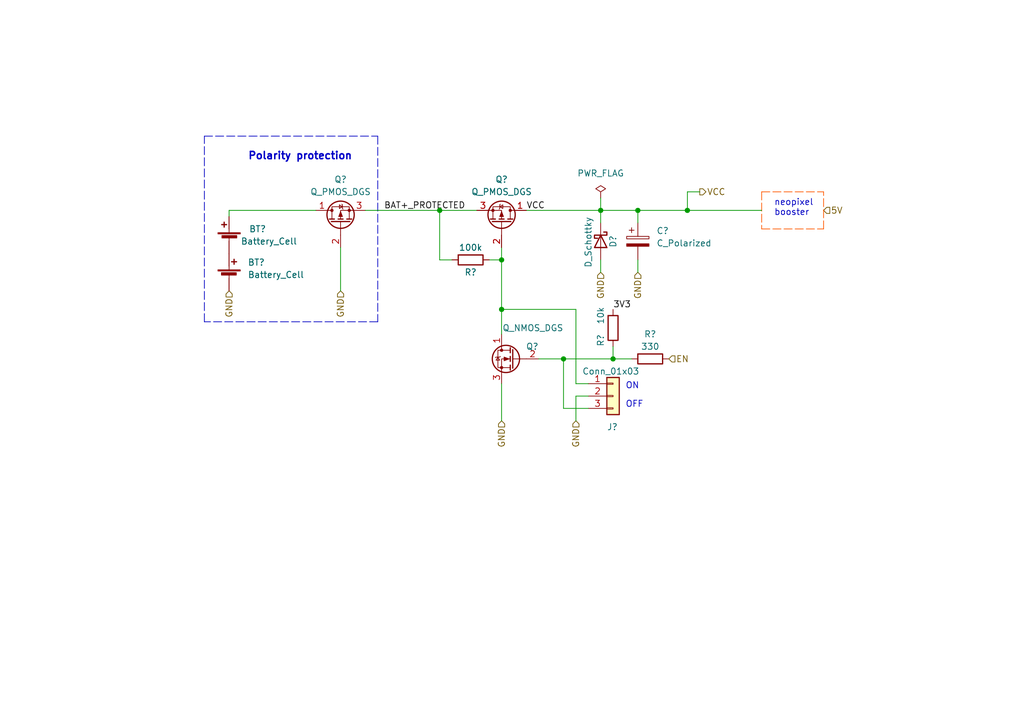
<source format=kicad_sch>
(kicad_sch (version 20211123) (generator eeschema)
  (paper "A5")
  (lib_symbols
    (symbol "Connector_Generic:Conn_01x03" (pin_names (offset 1.016) hide)
      (property "Reference" "J" (at 0 5.08 0))
      (property "Value" "Conn_01x03" (at 0 -5.08 0))
      (symbol "Conn_01x03_1_1"
        (rectangle (start -1.27 -2.413) (end 0 -2.667) (stroke (width 0.1524)))
        (rectangle (start -1.27 0.127) (end 0 -0.127) (stroke (width 0.1524)))
        (rectangle (start -1.27 2.667) (end 0 2.413) (stroke (width 0.1524)))
        (rectangle (start -1.27 3.81) (end 1.27 -3.81) (stroke (width 0.254)) (fill (type background)))
        (pin passive line (at -5.08 2.54 0) (length 3.81) (name "Pin_1") (number "1"))
        (pin passive line (at -5.08 0 0) (length 3.81) (name "Pin_2") (number "2"))
        (pin passive line (at -5.08 -2.54 0) (length 3.81) (name "Pin_3") (number "3"))
      )
    )
    (symbol "Device:Battery_Cell" (pin_numbers hide) (pin_names (offset 0) hide)
      (property "Reference" "BT" (at 2.54 2.54 0))
      (property "Value" "Battery_Cell" (at 2.54 0 0))
      (symbol "Battery_Cell_0_1"
        (rectangle (start -2.286 1.778) (end 2.286 1.524) (fill (type outline)))
        (rectangle (start -1.5748 1.1938) (end 1.4732 0.6858) (fill (type outline)))
        (polyline (pts (xy 0 0.762) (xy 0 0)))
        (polyline (pts (xy 0 1.778) (xy 0 2.54)))
        (polyline (pts (xy 0.508 3.429) (xy 1.524 3.429)) (stroke (width 0.254)))
        (polyline (pts (xy 1.016 3.937) (xy 1.016 2.921)) (stroke (width 0.254)))
      )
      (symbol "Battery_Cell_1_1"
        (pin passive line (at 0 5.08 270) (length 2.54) (name "+") (number "1"))
        (pin passive line (at 0 -2.54 90) (length 2.54) (name "-") (number "2"))
      )
    )
    (symbol "Device:C_Polarized" (pin_numbers hide) (pin_names (offset 0.254))
      (property "Reference" "C" (at 0.635 2.54 0))
      (property "Value" "C_Polarized" (at 0.635 -2.54 0))
      (symbol "C_Polarized_0_1"
        (rectangle (start -2.286 0.508) (end 2.286 1.016))
        (polyline (pts (xy -1.778 2.286) (xy -0.762 2.286)))
        (polyline (pts (xy -1.27 2.794) (xy -1.27 1.778)))
        (rectangle (start 2.286 -0.508) (end -2.286 -1.016) (fill (type outline)))
      )
      (symbol "C_Polarized_1_1"
        (pin passive line (at 0 3.81 270) (length 2.794) (name "~") (number "1"))
        (pin passive line (at 0 -3.81 90) (length 2.794) (name "~") (number "2"))
      )
    )
    (symbol "Device:D_Schottky" (pin_numbers hide) (pin_names (offset 1.016) hide)
      (property "Reference" "D" (at 0 2.54 0))
      (property "Value" "D_Schottky" (at 0 -2.54 0))
      (symbol "D_Schottky_0_1"
        (polyline (pts (xy 1.27 0) (xy -1.27 0)))
        (polyline (pts (xy 1.27 1.27) (xy 1.27 -1.27) (xy -1.27 0) (xy 1.27 1.27)) (stroke (width 0.254)))
        (polyline (pts (xy -1.905 0.635) (xy -1.905 1.27) (xy -1.27 1.27) (xy -1.27 -1.27) (xy -0.635 -1.27) (xy -0.635 -0.635)) (stroke (width 0.254)))
      )
      (symbol "D_Schottky_1_1"
        (pin passive line (at -3.81 0 0) (length 2.54) (name "K") (number "1"))
        (pin passive line (at 3.81 0 180) (length 2.54) (name "A") (number "2"))
      )
    )
    (symbol "Device:Q_NMOS_DGS" (pin_names (offset 0) hide)
      (property "Reference" "Q" (at 5.08 1.27 0))
      (property "Value" "Q_NMOS_DGS" (at 5.08 -1.27 0))
      (symbol "Q_NMOS_DGS_0_1"
        (polyline (pts (xy 0.254 0) (xy -2.54 0)))
        (polyline (pts (xy 0.254 1.905) (xy 0.254 -1.905)) (stroke (width 0.254)))
        (polyline (pts (xy 0.762 -1.27) (xy 0.762 -2.286)) (stroke (width 0.254)))
        (polyline (pts (xy 0.762 0.508) (xy 0.762 -0.508)) (stroke (width 0.254)))
        (polyline (pts (xy 0.762 2.286) (xy 0.762 1.27)) (stroke (width 0.254)))
        (polyline (pts (xy 2.54 2.54) (xy 2.54 1.778)))
        (polyline (pts (xy 2.54 -2.54) (xy 2.54 0) (xy 0.762 0)))
        (polyline (pts (xy 0.762 -1.778) (xy 3.302 -1.778) (xy 3.302 1.778) (xy 0.762 1.778)))
        (polyline (pts (xy 1.016 0) (xy 2.032 0.381) (xy 2.032 -0.381) (xy 1.016 0)) (fill (type outline)))
        (polyline (pts (xy 2.794 0.508) (xy 2.921 0.381) (xy 3.683 0.381) (xy 3.81 0.254)))
        (polyline (pts (xy 3.302 0.381) (xy 2.921 -0.254) (xy 3.683 -0.254) (xy 3.302 0.381)))
        (circle (center 1.651 0) (radius 2.794) (stroke (width 0.254)))
        (circle (center 2.54 -1.778) (radius 0.254) (fill (type outline)))
        (circle (center 2.54 1.778) (radius 0.254) (fill (type outline)))
      )
      (symbol "Q_NMOS_DGS_1_1"
        (pin passive line (at 2.54 5.08 270) (length 2.54) (name "D") (number "1"))
        (pin input line (at -5.08 0 0) (length 2.54) (name "G") (number "2"))
        (pin passive line (at 2.54 -5.08 90) (length 2.54) (name "S") (number "3"))
      )
    )
    (symbol "Device:Q_PMOS_DGS" (pin_names (offset 0) hide)
      (property "Reference" "Q" (at 5.08 1.27 0))
      (property "Value" "Q_PMOS_DGS" (at 5.08 -1.27 0))
      (symbol "Q_PMOS_DGS_0_1"
        (polyline (pts (xy 0.254 0) (xy -2.54 0)))
        (polyline (pts (xy 0.254 1.905) (xy 0.254 -1.905)) (stroke (width 0.254)))
        (polyline (pts (xy 0.762 -1.27) (xy 0.762 -2.286)) (stroke (width 0.254)))
        (polyline (pts (xy 0.762 0.508) (xy 0.762 -0.508)) (stroke (width 0.254)))
        (polyline (pts (xy 0.762 2.286) (xy 0.762 1.27)) (stroke (width 0.254)))
        (polyline (pts (xy 2.54 2.54) (xy 2.54 1.778)))
        (polyline (pts (xy 2.54 -2.54) (xy 2.54 0) (xy 0.762 0)))
        (polyline (pts (xy 0.762 1.778) (xy 3.302 1.778) (xy 3.302 -1.778) (xy 0.762 -1.778)))
        (polyline (pts (xy 2.286 0) (xy 1.27 0.381) (xy 1.27 -0.381) (xy 2.286 0)) (fill (type outline)))
        (polyline (pts (xy 2.794 -0.508) (xy 2.921 -0.381) (xy 3.683 -0.381) (xy 3.81 -0.254)))
        (polyline (pts (xy 3.302 -0.381) (xy 2.921 0.254) (xy 3.683 0.254) (xy 3.302 -0.381)))
        (circle (center 1.651 0) (radius 2.794) (stroke (width 0.254)))
        (circle (center 2.54 -1.778) (radius 0.254) (fill (type outline)))
        (circle (center 2.54 1.778) (radius 0.254) (fill (type outline)))
      )
      (symbol "Q_PMOS_DGS_1_1"
        (pin passive line (at 2.54 5.08 270) (length 2.54) (name "D") (number "1"))
        (pin input line (at -5.08 0 0) (length 2.54) (name "G") (number "2"))
        (pin passive line (at 2.54 -5.08 90) (length 2.54) (name "S") (number "3"))
      )
    )
    (symbol "Device:R" (pin_numbers hide) (pin_names (offset 0))
      (property "Reference" "R" (at 2.032 0 90))
      (property "Value" "R" (at 0 0 90))
      (symbol "R_0_1"
        (rectangle (start -1.016 -2.54) (end 1.016 2.54) (stroke (width 0.254)))
      )
      (symbol "R_1_1"
        (pin passive line (at 0 3.81 270) (length 1.27) (name "~") (number "1"))
        (pin passive line (at 0 -3.81 90) (length 1.27) (name "~") (number "2"))
      )
    )
    (symbol "power:PWR_FLAG" (power) (pin_numbers hide) (pin_names (offset 0) hide)
      (property "Value" "PWR_FLAG" (at 0 3.81 0))
      (symbol "PWR_FLAG_0_0"
        (pin power_out line (at 0 0 90) (length 0) (name "pwr") (number "1"))
      )
      (symbol "PWR_FLAG_0_1"
        (polyline (pts (xy 0 0) (xy 0 1.27) (xy -1.016 1.905) (xy 0 2.54) (xy 1.016 1.905) (xy 0 1.27)))
      )
    )
  )
  (junction (at 125.73 73.66))
  (junction (at 130.81 43.18))
  (junction (at 102.87 63.5))
  (junction (at 102.87 53.34))
  (junction (at 115.57 73.66))
  (junction (at 90.17 43.18))
  (junction (at 123.19 43.18))
  (junction (at 140.97 43.18))
  (polyline (pts (xy 41.91 27.94) (xy 77.47 27.94)))
  (wire (pts (xy 123.19 43.18) (xy 130.81 43.18)))
  (wire (pts (xy 90.17 53.34) (xy 90.17 43.18)))
  (wire (pts (xy 115.57 73.66) (xy 125.73 73.66)))
  (polyline (pts (xy 156.21 39.37) (xy 168.91 39.37)) (stroke (width 0) (color 255 88 0 1)))
  (wire (pts (xy 130.81 53.34) (xy 130.81 55.88)))
  (wire (pts (xy 140.97 39.37) (xy 140.97 43.18)))
  (wire (pts (xy 123.19 53.34) (xy 123.19 55.88)))
  (wire (pts (xy 102.87 53.34) (xy 102.87 63.5)))
  (wire (pts (xy 120.65 78.74) (xy 118.11 78.74)))
  (wire (pts (xy 74.93 43.18) (xy 90.17 43.18)))
  (wire (pts (xy 102.87 86.36) (xy 102.87 78.74)))
  (wire (pts (xy 107.95 43.18) (xy 123.19 43.18)))
  (wire (pts (xy 143.51 39.37) (xy 140.97 39.37)))
  (wire (pts (xy 120.65 81.28) (xy 118.11 81.28)))
  (wire (pts (xy 102.87 50.8) (xy 102.87 53.34)))
  (wire (pts (xy 118.11 81.28) (xy 118.11 86.36)))
  (wire (pts (xy 123.19 45.72) (xy 123.19 43.18)))
  (wire (pts (xy 130.81 43.18) (xy 140.97 43.18)))
  (polyline (pts (xy 168.91 46.99) (xy 168.91 39.37)) (stroke (width 0) (color 255 88 0 1)))
  (wire (pts (xy 110.49 73.66) (xy 115.57 73.66)))
  (wire (pts (xy 46.99 43.18) (xy 64.77 43.18)))
  (wire (pts (xy 90.17 43.18) (xy 97.79 43.18)))
  (polyline (pts (xy 156.21 46.99) (xy 168.91 46.99)) (stroke (width 0) (color 255 88 0 1)))
  (polyline (pts (xy 156.21 39.37) (xy 156.21 46.99)) (stroke (width 0) (color 255 88 0 1)))
  (wire (pts (xy 118.11 63.5) (xy 102.87 63.5)))
  (wire (pts (xy 130.81 45.72) (xy 130.81 43.18)))
  (wire (pts (xy 125.73 73.66) (xy 129.54 73.66)))
  (wire (pts (xy 118.11 78.74) (xy 118.11 63.5)))
  (wire (pts (xy 115.57 83.82) (xy 115.57 73.66)))
  (wire (pts (xy 69.85 50.8) (xy 69.85 59.69)))
  (wire (pts (xy 123.19 40.64) (xy 123.19 43.18)))
  (wire (pts (xy 46.99 43.18) (xy 46.99 44.45)))
  (polyline (pts (xy 77.47 66.04) (xy 41.91 66.04)))
  (wire (pts (xy 102.87 63.5) (xy 102.87 68.58)))
  (wire (pts (xy 120.65 83.82) (xy 115.57 83.82)))
  (wire (pts (xy 90.17 53.34) (xy 92.71 53.34)))
  (wire (pts (xy 100.33 53.34) (xy 102.87 53.34)))
  (wire (pts (xy 125.73 71.12) (xy 125.73 73.66)))
  (wire (pts (xy 140.97 43.18) (xy 156.21 43.18)))
  (polyline (pts (xy 41.91 66.04) (xy 41.91 27.94)))
  (polyline (pts (xy 77.47 27.94) (xy 77.47 66.04)))
  (text "Polarity protection" (at 50.8 33.02 0) (effects (font (size 1.5 1.5) (thickness 0.3) bold) (justify left bottom)))
  (text "neopixel\nbooster" (at 158.75 44.45 0) (effects (font (size 1.27 1.27)) (justify left bottom)))
  (text "ON" (at 128.27 80.01 0) (effects (font (size 1.27 1.27)) (justify left bottom)))
  (text "OFF" (at 128.27 83.82 0) (effects (font (size 1.27 1.27)) (justify left bottom)))
  (label "VCC" (at 107.95 43.18 0))
  (label "3V3" (at 125.73 63.5 0))
  (label "BAT+_PROTECTED" (at 78.74 43.18 0))
  (hierarchical_label "GND" (shape input) (at 46.99 59.69 270))
  (hierarchical_label "GND" (shape input) (at 130.81 55.88 270))
  (hierarchical_label "GND" (shape input) (at 123.19 55.88 270))
  (hierarchical_label "EN" (shape input) (at 137.16 73.66 0))
  (hierarchical_label "GND" (shape input) (at 118.11 86.36 270))
  (hierarchical_label "GND" (shape input) (at 102.87 86.36 270))
  (hierarchical_label "5V" (shape input) (at 168.91 43.18 0))
  (hierarchical_label "VCC" (shape output) (at 143.51 39.37 0))
  (hierarchical_label "GND" (shape input) (at 69.85 59.69 270))
  (symbol (lib_id "Device:Battery_Cell") (at 46.99 49.53 0) (mirror y) (unit 1)
    (property "Reference" "BT?" (at 54.61 46.99 0) (effects (justify left)))
    (property "Value" "Battery_Cell" (at 60.96 49.53 0) (effects (justify left)))
  )
  (symbol (lib_id "Device:R") (at 96.52 53.34 90) (unit 1)
    (property "Reference" "R?" (at 96.52 55.88 90))
    (property "Value" "100k" (at 96.52 50.8 90))
    (property "Footprint" "Capacitor_SMD:C_0201_0603Metric" (effects hide))
    (property "LCSC" "C270364" (effects hide))
    (property "Basic/Extended" "E" (effects hide))
  )
  (symbol (lib_id "Connector_Generic:Conn_01x03") (at 125.73 81.28 0) (unit 1)
    (property "Reference" "J?" (at 124.46 87.63 0) (effects (justify left)))
    (property "Value" "Conn_01x03" (at 119.38 76.2 0) (effects (justify left)))
  )
  (symbol (lib_id "power:PWR_FLAG") (at 123.19 40.64 0) (unit 1)
    (property "Reference" "#FLG?" (effects hide))
    (property "Value" "PWR_FLAG" (at 123.19 35.56 0))
  )
  (symbol (lib_id "Device:R") (at 133.35 73.66 90) (unit 1)
    (property "Reference" "R?" (at 133.35 68.58 90))
    (property "Value" "330" (at 133.35 71.12 90))
    (property "Footprint" "Capacitor_SMD:C_0201_0603Metric" (effects hide))
    (property "LCSC" "C473445" (effects hide))
    (property "Basic/Extended" "E" (effects hide))
  )
  (symbol (lib_id "Device:R") (at 125.73 67.31 180) (unit 1)
    (property "Reference" "R?" (at 123.19 69.85 90))
    (property "Value" "10k" (at 123.19 64.77 90))
    (property "Footprint" "Capacitor_SMD:C_0201_0603Metric" (effects hide))
    (property "LCSC" "C106225" (effects hide))
    (property "Basic/Extended" "E" (effects hide))
  )
  (symbol (lib_id "Device:Q_NMOS_DGS") (at 105.41 73.66 0) (mirror y) (unit 1)
    (property "Reference" "Q?" (at 110.49 71.12 0) (effects (justify left)))
    (property "Value" "Q_NMOS_DGS" (at 115.57 67.31 0) (effects (justify left)))
    (property "Footprint" "Package_TO_SOT_SMD:SOT-723" (effects hide))
    (property "Datasheet" "https://datasheet.lcsc.com/lcsc/2004141706_Jiangsu-Changjing-Electronics-Technology-Co---Ltd--2SK3541_C504051.pdf" (effects hide))
    (property "LCSC" "C504051" (effects hide))
    (property "Basic/Extended" "E" (effects hide))
    (property "JLCPCB_CORRECTION" "0;0;180" (effects hide))
  )
  (symbol (lib_id "Device:C_Polarized") (at 130.81 49.53 0) (unit 1)
    (property "Reference" "C?" (at 134.62 47.3709 0) (effects (justify left)))
    (property "Value" "C_Polarized" (at 134.62 49.9109 0) (effects (justify left)))
    (property "Footprint" "Capacitor_SMD:CP_Elec_8x11.9" (effects hide))
    (property "Datasheet" "https://datasheet.lcsc.com/lcsc/2112131830_AISHI-Aihua-Group-SVZ1VM221FBRE00RAXXX_C2923769.pdf" (effects hide))
    (property "LCSC" "C2923769" (effects hide))
    (property "Basic/Extended" "E" (effects hide))
  )
  (symbol (lib_id "Device:Battery_Cell") (at 46.99 57.15 0) (unit 1)
    (property "Reference" "BT?" (at 50.8 53.8479 0) (effects (justify left)))
    (property "Value" "Battery_Cell" (at 50.8 56.3879 0) (effects (justify left)))
  )
  (symbol (lib_id "Device:D_Schottky") (at 123.19 49.53 270) (unit 1)
    (property "Reference" "D?" (at 125.73 48.26 0) (effects (justify left)))
    (property "Value" "D_Schottky" (at 120.65 44.45 0) (effects (justify left)))
    (property "Footprint" "Diode_SMD:D_SOD-123F" (effects hide))
    (property "Datasheet" "https://datasheet.lcsc.com/lcsc/1810211104_Shandong-Jingdao-Microelectronics-DS24W_C108810.pdf" (effects hide))
    (property "LCSC" "C108810" (effects hide))
    (property "Basic/Extended" "E" (effects hide))
  )
  (symbol (lib_id "Device:Q_PMOS_DGS") (at 69.85 45.72 90) (unit 1)
    (property "Reference" "Q?" (at 69.85 36.83 90))
    (property "Value" "Q_PMOS_DGS" (at 69.85 39.37 90))
    (property "Footprint" "RBCX:JMSL0302AU" (effects hide))
    (property "Datasheet" "https://datasheet.lcsc.com/lcsc/2109070930_Jiangsu-JieJie-Microelectronics-JMSL0302AU_C2890409.pdf" (effects hide))
    (property "LCSC" "C2890409" (effects hide))
    (property "Basic/Extended" "E" (effects hide))
  )
  (symbol (lib_id "Device:Q_PMOS_DGS") (at 102.87 45.72 270) (mirror x) (unit 1)
    (property "Reference" "Q?" (at 102.87 36.83 90))
    (property "Value" "Q_PMOS_DGS" (at 102.87 39.37 90))
    (property "Footprint" "RBCX:JMSL0302AU" (effects hide))
    (property "Datasheet" "https://datasheet.lcsc.com/lcsc/2109070930_Jiangsu-JieJie-Microelectronics-JMSL0302AU_C2890409.pdf" (effects hide))
    (property "LCSC" "C2890409" (effects hide))
    (property "Basic/Extended" "E" (effects hide))
  )
)
</source>
